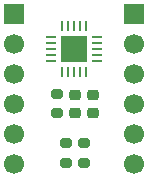
<source format=gbr>
%TF.GenerationSoftware,KiCad,Pcbnew,9.0.7*%
%TF.CreationDate,2026-01-03T11:49:46-05:00*%
%TF.ProjectId,T41-RF-board-Attenuator-daughterboard,5434312d-5246-42d6-926f-6172642d4174,rev?*%
%TF.SameCoordinates,Original*%
%TF.FileFunction,Soldermask,Top*%
%TF.FilePolarity,Negative*%
%FSLAX46Y46*%
G04 Gerber Fmt 4.6, Leading zero omitted, Abs format (unit mm)*
G04 Created by KiCad (PCBNEW 9.0.7) date 2026-01-03 11:49:46*
%MOMM*%
%LPD*%
G01*
G04 APERTURE LIST*
G04 Aperture macros list*
%AMRoundRect*
0 Rectangle with rounded corners*
0 $1 Rounding radius*
0 $2 $3 $4 $5 $6 $7 $8 $9 X,Y pos of 4 corners*
0 Add a 4 corners polygon primitive as box body*
4,1,4,$2,$3,$4,$5,$6,$7,$8,$9,$2,$3,0*
0 Add four circle primitives for the rounded corners*
1,1,$1+$1,$2,$3*
1,1,$1+$1,$4,$5*
1,1,$1+$1,$6,$7*
1,1,$1+$1,$8,$9*
0 Add four rect primitives between the rounded corners*
20,1,$1+$1,$2,$3,$4,$5,0*
20,1,$1+$1,$4,$5,$6,$7,0*
20,1,$1+$1,$6,$7,$8,$9,0*
20,1,$1+$1,$8,$9,$2,$3,0*%
G04 Aperture macros list end*
%ADD10RoundRect,0.200000X0.275000X-0.200000X0.275000X0.200000X-0.275000X0.200000X-0.275000X-0.200000X0*%
%ADD11R,1.700000X1.700000*%
%ADD12C,1.700000*%
%ADD13RoundRect,0.200000X-0.275000X0.200000X-0.275000X-0.200000X0.275000X-0.200000X0.275000X0.200000X0*%
%ADD14RoundRect,0.062500X-0.337500X-0.062500X0.337500X-0.062500X0.337500X0.062500X-0.337500X0.062500X0*%
%ADD15RoundRect,0.062500X-0.062500X-0.337500X0.062500X-0.337500X0.062500X0.337500X-0.062500X0.337500X0*%
%ADD16R,2.200000X2.200000*%
%ADD17RoundRect,0.225000X0.250000X-0.225000X0.250000X0.225000X-0.250000X0.225000X-0.250000X-0.225000X0*%
G04 APERTURE END LIST*
D10*
%TO.C,L1*%
X87503000Y-71945000D03*
X87503000Y-70295000D03*
%TD*%
D11*
%TO.C,J1*%
X83820000Y-63500000D03*
D12*
X83820000Y-66040000D03*
X83820000Y-68580000D03*
X83820000Y-71120000D03*
X83820000Y-73660000D03*
X83820000Y-76200000D03*
%TD*%
D11*
%TO.C,J2*%
X93980000Y-63500000D03*
D12*
X93980000Y-66040000D03*
X93980000Y-68579999D03*
X93980000Y-71120000D03*
X93980000Y-73660000D03*
X93980000Y-76200000D03*
%TD*%
D13*
%TO.C,R2*%
X88265000Y-74486000D03*
X88265000Y-76136000D03*
%TD*%
D14*
%TO.C,U1*%
X86966000Y-65466000D03*
X86966000Y-65966000D03*
X86966000Y-66466000D03*
X86966000Y-66966000D03*
X86966000Y-67466000D03*
D15*
X87916000Y-68416000D03*
X88416000Y-68416000D03*
X88916000Y-68416000D03*
X89416000Y-68416000D03*
X89916000Y-68416000D03*
D14*
X90866000Y-67466000D03*
X90866000Y-66966000D03*
X90866000Y-66466000D03*
X90866000Y-65966000D03*
X90866000Y-65466000D03*
D15*
X89916000Y-64516000D03*
X89416000Y-64516000D03*
X88916000Y-64516000D03*
X88416000Y-64516000D03*
X87916000Y-64516000D03*
D16*
X88916000Y-66466000D03*
%TD*%
D17*
%TO.C,C2*%
X89027000Y-71895000D03*
X89027000Y-70345000D03*
%TD*%
%TO.C,C1*%
X90551000Y-71895000D03*
X90551000Y-70345000D03*
%TD*%
D10*
%TO.C,R1*%
X89789000Y-76136000D03*
X89789000Y-74486000D03*
%TD*%
M02*

</source>
